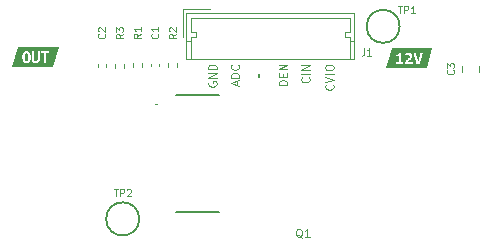
<source format=gbr>
%TF.GenerationSoftware,KiCad,Pcbnew,(6.0.8)*%
%TF.CreationDate,2023-11-18T01:52:55+01:00*%
%TF.ProjectId,BTS50005-1LUA_TestBoard,42545335-3030-4303-952d-314c55415f54,rev?*%
%TF.SameCoordinates,Original*%
%TF.FileFunction,Legend,Top*%
%TF.FilePolarity,Positive*%
%FSLAX46Y46*%
G04 Gerber Fmt 4.6, Leading zero omitted, Abs format (unit mm)*
G04 Created by KiCad (PCBNEW (6.0.8)) date 2023-11-18 01:52:55*
%MOMM*%
%LPD*%
G01*
G04 APERTURE LIST*
%ADD10C,0.100000*%
%ADD11C,0.200000*%
%ADD12C,0.120000*%
%ADD13C,0.150000*%
G04 APERTURE END LIST*
D10*
X121401666Y-36680666D02*
X121401666Y-36347333D01*
X121601666Y-36747333D02*
X120901666Y-36514000D01*
X121601666Y-36280666D01*
X121601666Y-36047333D02*
X120901666Y-36047333D01*
X120901666Y-35880666D01*
X120935000Y-35780666D01*
X121001666Y-35714000D01*
X121068333Y-35680666D01*
X121201666Y-35647333D01*
X121301666Y-35647333D01*
X121435000Y-35680666D01*
X121501666Y-35714000D01*
X121568333Y-35780666D01*
X121601666Y-35880666D01*
X121601666Y-36047333D01*
X121535000Y-34947333D02*
X121568333Y-34980666D01*
X121601666Y-35080666D01*
X121601666Y-35147333D01*
X121568333Y-35247333D01*
X121501666Y-35314000D01*
X121435000Y-35347333D01*
X121301666Y-35380666D01*
X121201666Y-35380666D01*
X121068333Y-35347333D01*
X121001666Y-35314000D01*
X120935000Y-35247333D01*
X120901666Y-35147333D01*
X120901666Y-35080666D01*
X120935000Y-34980666D01*
X120968333Y-34947333D01*
X125665666Y-36680666D02*
X124965666Y-36680666D01*
X124965666Y-36514000D01*
X124999000Y-36414000D01*
X125065666Y-36347333D01*
X125132333Y-36314000D01*
X125265666Y-36280666D01*
X125365666Y-36280666D01*
X125499000Y-36314000D01*
X125565666Y-36347333D01*
X125632333Y-36414000D01*
X125665666Y-36514000D01*
X125665666Y-36680666D01*
X125299000Y-35980666D02*
X125299000Y-35747333D01*
X125665666Y-35647333D02*
X125665666Y-35980666D01*
X124965666Y-35980666D01*
X124965666Y-35647333D01*
X125665666Y-35347333D02*
X124965666Y-35347333D01*
X125665666Y-34947333D01*
X124965666Y-34947333D01*
X129536000Y-36633866D02*
X129569333Y-36667200D01*
X129602666Y-36767200D01*
X129602666Y-36833866D01*
X129569333Y-36933866D01*
X129502666Y-37000533D01*
X129436000Y-37033866D01*
X129302666Y-37067200D01*
X129202666Y-37067200D01*
X129069333Y-37033866D01*
X129002666Y-37000533D01*
X128936000Y-36933866D01*
X128902666Y-36833866D01*
X128902666Y-36767200D01*
X128936000Y-36667200D01*
X128969333Y-36633866D01*
X128902666Y-36433866D02*
X129602666Y-36200533D01*
X128902666Y-35967200D01*
X129602666Y-35733866D02*
X128902666Y-35733866D01*
X128902666Y-35267200D02*
X128902666Y-35133866D01*
X128936000Y-35067200D01*
X129002666Y-35000533D01*
X129136000Y-34967200D01*
X129369333Y-34967200D01*
X129502666Y-35000533D01*
X129569333Y-35067200D01*
X129602666Y-35133866D01*
X129602666Y-35267200D01*
X129569333Y-35333866D01*
X129502666Y-35400533D01*
X129369333Y-35433866D01*
X129136000Y-35433866D01*
X129002666Y-35400533D01*
X128936000Y-35333866D01*
X128902666Y-35267200D01*
X119030000Y-36398133D02*
X118996666Y-36464800D01*
X118996666Y-36564800D01*
X119030000Y-36664800D01*
X119096666Y-36731466D01*
X119163333Y-36764800D01*
X119296666Y-36798133D01*
X119396666Y-36798133D01*
X119530000Y-36764800D01*
X119596666Y-36731466D01*
X119663333Y-36664800D01*
X119696666Y-36564800D01*
X119696666Y-36498133D01*
X119663333Y-36398133D01*
X119630000Y-36364800D01*
X119396666Y-36364800D01*
X119396666Y-36498133D01*
X119696666Y-36064800D02*
X118996666Y-36064800D01*
X119696666Y-35664800D01*
X118996666Y-35664800D01*
X119696666Y-35331466D02*
X118996666Y-35331466D01*
X118996666Y-35164800D01*
X119030000Y-35064800D01*
X119096666Y-34998133D01*
X119163333Y-34964800D01*
X119296666Y-34931466D01*
X119396666Y-34931466D01*
X119530000Y-34964800D01*
X119596666Y-34998133D01*
X119663333Y-35064800D01*
X119696666Y-35164800D01*
X119696666Y-35331466D01*
X127504000Y-36003666D02*
X127537333Y-36037000D01*
X127570666Y-36137000D01*
X127570666Y-36203666D01*
X127537333Y-36303666D01*
X127470666Y-36370333D01*
X127404000Y-36403666D01*
X127270666Y-36437000D01*
X127170666Y-36437000D01*
X127037333Y-36403666D01*
X126970666Y-36370333D01*
X126904000Y-36303666D01*
X126870666Y-36203666D01*
X126870666Y-36137000D01*
X126904000Y-36037000D01*
X126937333Y-36003666D01*
X127570666Y-35703666D02*
X126870666Y-35703666D01*
X127570666Y-35370333D02*
X126870666Y-35370333D01*
X127570666Y-34970333D01*
X126870666Y-34970333D01*
%TO.C,Q1*%
X126933333Y-49583333D02*
X126866666Y-49550000D01*
X126800000Y-49483333D01*
X126700000Y-49383333D01*
X126633333Y-49350000D01*
X126566666Y-49350000D01*
X126600000Y-49516666D02*
X126533333Y-49483333D01*
X126466666Y-49416666D01*
X126433333Y-49283333D01*
X126433333Y-49050000D01*
X126466666Y-48916666D01*
X126533333Y-48850000D01*
X126600000Y-48816666D01*
X126733333Y-48816666D01*
X126800000Y-48850000D01*
X126866666Y-48916666D01*
X126900000Y-49050000D01*
X126900000Y-49283333D01*
X126866666Y-49416666D01*
X126800000Y-49483333D01*
X126733333Y-49516666D01*
X126600000Y-49516666D01*
X127566666Y-49516666D02*
X127166666Y-49516666D01*
X127366666Y-49516666D02*
X127366666Y-48816666D01*
X127300000Y-48916666D01*
X127233333Y-48983333D01*
X127166666Y-49016666D01*
%TO.C,J1*%
X132200000Y-33571428D02*
X132200000Y-34000000D01*
X132171428Y-34085714D01*
X132114285Y-34142857D01*
X132028571Y-34171428D01*
X131971428Y-34171428D01*
X132800000Y-34171428D02*
X132457142Y-34171428D01*
X132628571Y-34171428D02*
X132628571Y-33571428D01*
X132571428Y-33657142D01*
X132514285Y-33714285D01*
X132457142Y-33742857D01*
%TO.C,TP2*%
X110992857Y-45471428D02*
X111335714Y-45471428D01*
X111164285Y-46071428D02*
X111164285Y-45471428D01*
X111535714Y-46071428D02*
X111535714Y-45471428D01*
X111764285Y-45471428D01*
X111821428Y-45500000D01*
X111850000Y-45528571D01*
X111878571Y-45585714D01*
X111878571Y-45671428D01*
X111850000Y-45728571D01*
X111821428Y-45757142D01*
X111764285Y-45785714D01*
X111535714Y-45785714D01*
X112107142Y-45528571D02*
X112135714Y-45500000D01*
X112192857Y-45471428D01*
X112335714Y-45471428D01*
X112392857Y-45500000D01*
X112421428Y-45528571D01*
X112450000Y-45585714D01*
X112450000Y-45642857D01*
X112421428Y-45728571D01*
X112078571Y-46071428D01*
X112450000Y-46071428D01*
%TO.C,R1*%
X113271428Y-32350000D02*
X112985714Y-32550000D01*
X113271428Y-32692857D02*
X112671428Y-32692857D01*
X112671428Y-32464285D01*
X112700000Y-32407142D01*
X112728571Y-32378571D01*
X112785714Y-32350000D01*
X112871428Y-32350000D01*
X112928571Y-32378571D01*
X112957142Y-32407142D01*
X112985714Y-32464285D01*
X112985714Y-32692857D01*
X113271428Y-31778571D02*
X113271428Y-32121428D01*
X113271428Y-31950000D02*
X112671428Y-31950000D01*
X112757142Y-32007142D01*
X112814285Y-32064285D01*
X112842857Y-32121428D01*
%TO.C,R2*%
X116271428Y-32350000D02*
X115985714Y-32550000D01*
X116271428Y-32692857D02*
X115671428Y-32692857D01*
X115671428Y-32464285D01*
X115700000Y-32407142D01*
X115728571Y-32378571D01*
X115785714Y-32350000D01*
X115871428Y-32350000D01*
X115928571Y-32378571D01*
X115957142Y-32407142D01*
X115985714Y-32464285D01*
X115985714Y-32692857D01*
X115728571Y-32121428D02*
X115700000Y-32092857D01*
X115671428Y-32035714D01*
X115671428Y-31892857D01*
X115700000Y-31835714D01*
X115728571Y-31807142D01*
X115785714Y-31778571D01*
X115842857Y-31778571D01*
X115928571Y-31807142D01*
X116271428Y-32150000D01*
X116271428Y-31778571D01*
%TO.C,C2*%
X110214285Y-32350000D02*
X110242857Y-32378571D01*
X110271428Y-32464285D01*
X110271428Y-32521428D01*
X110242857Y-32607142D01*
X110185714Y-32664285D01*
X110128571Y-32692857D01*
X110014285Y-32721428D01*
X109928571Y-32721428D01*
X109814285Y-32692857D01*
X109757142Y-32664285D01*
X109700000Y-32607142D01*
X109671428Y-32521428D01*
X109671428Y-32464285D01*
X109700000Y-32378571D01*
X109728571Y-32350000D01*
X109728571Y-32121428D02*
X109700000Y-32092857D01*
X109671428Y-32035714D01*
X109671428Y-31892857D01*
X109700000Y-31835714D01*
X109728571Y-31807142D01*
X109785714Y-31778571D01*
X109842857Y-31778571D01*
X109928571Y-31807142D01*
X110271428Y-32150000D01*
X110271428Y-31778571D01*
%TO.C,C3*%
X139734285Y-35400000D02*
X139762857Y-35428571D01*
X139791428Y-35514285D01*
X139791428Y-35571428D01*
X139762857Y-35657142D01*
X139705714Y-35714285D01*
X139648571Y-35742857D01*
X139534285Y-35771428D01*
X139448571Y-35771428D01*
X139334285Y-35742857D01*
X139277142Y-35714285D01*
X139220000Y-35657142D01*
X139191428Y-35571428D01*
X139191428Y-35514285D01*
X139220000Y-35428571D01*
X139248571Y-35400000D01*
X139191428Y-35200000D02*
X139191428Y-34828571D01*
X139420000Y-35028571D01*
X139420000Y-34942857D01*
X139448571Y-34885714D01*
X139477142Y-34857142D01*
X139534285Y-34828571D01*
X139677142Y-34828571D01*
X139734285Y-34857142D01*
X139762857Y-34885714D01*
X139791428Y-34942857D01*
X139791428Y-35114285D01*
X139762857Y-35171428D01*
X139734285Y-35200000D01*
%TO.C,TP1*%
X135042857Y-29971428D02*
X135385714Y-29971428D01*
X135214285Y-30571428D02*
X135214285Y-29971428D01*
X135585714Y-30571428D02*
X135585714Y-29971428D01*
X135814285Y-29971428D01*
X135871428Y-30000000D01*
X135900000Y-30028571D01*
X135928571Y-30085714D01*
X135928571Y-30171428D01*
X135900000Y-30228571D01*
X135871428Y-30257142D01*
X135814285Y-30285714D01*
X135585714Y-30285714D01*
X136500000Y-30571428D02*
X136157142Y-30571428D01*
X136328571Y-30571428D02*
X136328571Y-29971428D01*
X136271428Y-30057142D01*
X136214285Y-30114285D01*
X136157142Y-30142857D01*
%TO.C,C1*%
X114714285Y-32350000D02*
X114742857Y-32378571D01*
X114771428Y-32464285D01*
X114771428Y-32521428D01*
X114742857Y-32607142D01*
X114685714Y-32664285D01*
X114628571Y-32692857D01*
X114514285Y-32721428D01*
X114428571Y-32721428D01*
X114314285Y-32692857D01*
X114257142Y-32664285D01*
X114200000Y-32607142D01*
X114171428Y-32521428D01*
X114171428Y-32464285D01*
X114200000Y-32378571D01*
X114228571Y-32350000D01*
X114771428Y-31778571D02*
X114771428Y-32121428D01*
X114771428Y-31950000D02*
X114171428Y-31950000D01*
X114257142Y-32007142D01*
X114314285Y-32064285D01*
X114342857Y-32121428D01*
%TO.C,R3*%
X111771428Y-32350000D02*
X111485714Y-32550000D01*
X111771428Y-32692857D02*
X111171428Y-32692857D01*
X111171428Y-32464285D01*
X111200000Y-32407142D01*
X111228571Y-32378571D01*
X111285714Y-32350000D01*
X111371428Y-32350000D01*
X111428571Y-32378571D01*
X111457142Y-32407142D01*
X111485714Y-32464285D01*
X111485714Y-32692857D01*
X111171428Y-32150000D02*
X111171428Y-31778571D01*
X111400000Y-31978571D01*
X111400000Y-31892857D01*
X111428571Y-31835714D01*
X111457142Y-31807142D01*
X111514285Y-31778571D01*
X111657142Y-31778571D01*
X111714285Y-31807142D01*
X111742857Y-31835714D01*
X111771428Y-31892857D01*
X111771428Y-32064285D01*
X111742857Y-32121428D01*
X111714285Y-32150000D01*
%TO.C,Q1*%
X114535000Y-38300000D02*
X114535000Y-38300000D01*
X114635000Y-38300000D02*
X114635000Y-38300000D01*
D11*
X119935000Y-47450000D02*
X116247000Y-47450000D01*
X119935000Y-37550000D02*
X116247000Y-37550000D01*
D10*
X114535000Y-38300000D02*
G75*
G03*
X114635000Y-38300000I50000J0D01*
G01*
X114635000Y-38300000D02*
G75*
G03*
X114535000Y-38300000I-50000J0D01*
G01*
D11*
%TO.C,RT1*%
X123291600Y-35714800D02*
X123291600Y-36014800D01*
D12*
%TO.C,J1*%
X130560000Y-32175000D02*
X130560000Y-32575000D01*
X117940000Y-32575000D02*
X117540000Y-32575000D01*
X117540000Y-32175000D02*
X117940000Y-32175000D01*
X130560000Y-32575000D02*
X130960000Y-32575000D01*
X117140000Y-30565000D02*
X117140000Y-34435000D01*
X131360000Y-30565000D02*
X117140000Y-30565000D01*
X117140000Y-34435000D02*
X131360000Y-34435000D01*
X119140000Y-30265000D02*
X116840000Y-30265000D01*
X117540000Y-32575000D02*
X117540000Y-34435000D01*
X130960000Y-32575000D02*
X130960000Y-34435000D01*
X131360000Y-32975000D02*
X130960000Y-32975000D01*
X117540000Y-30965000D02*
X117540000Y-32175000D01*
X117140000Y-32975000D02*
X117540000Y-32975000D01*
X130960000Y-30965000D02*
X130960000Y-32175000D01*
X124250000Y-30965000D02*
X117540000Y-30965000D01*
X117940000Y-32175000D02*
X117940000Y-32575000D01*
X124250000Y-30965000D02*
X130960000Y-30965000D01*
X116840000Y-30265000D02*
X116840000Y-32565000D01*
X131360000Y-34435000D02*
X131360000Y-30565000D01*
X130960000Y-32175000D02*
X130560000Y-32175000D01*
D13*
%TO.C,TP2*%
X113150000Y-48000000D02*
G75*
G03*
X113150000Y-48000000I-1400000J0D01*
G01*
D12*
%TO.C,R1*%
X113380000Y-35143641D02*
X113380000Y-34836359D01*
X112620000Y-35143641D02*
X112620000Y-34836359D01*
%TO.C,R2*%
X115620000Y-34836359D02*
X115620000Y-35143641D01*
X116380000Y-34836359D02*
X116380000Y-35143641D01*
%TO.C,C2*%
X109640000Y-34912164D02*
X109640000Y-35127836D01*
X110360000Y-34912164D02*
X110360000Y-35127836D01*
%TO.C,C3*%
X140465000Y-35561252D02*
X140465000Y-35038748D01*
X141935000Y-35561252D02*
X141935000Y-35038748D01*
D13*
%TO.C,TP1*%
X135200000Y-31700000D02*
G75*
G03*
X135200000Y-31700000I-1400000J0D01*
G01*
D12*
%TO.C,C1*%
X114860000Y-34882164D02*
X114860000Y-35097836D01*
X114140000Y-34882164D02*
X114140000Y-35097836D01*
%TO.C,kibuzzard-65429977*%
G36*
X102919921Y-33456508D02*
G01*
X106386174Y-33456508D01*
X105880079Y-35143492D01*
X102413826Y-35143492D01*
X102666874Y-34300000D01*
X103250650Y-34300000D01*
X103256355Y-34419211D01*
X103273470Y-34522845D01*
X103301996Y-34610902D01*
X103341931Y-34683381D01*
X103411869Y-34755260D01*
X103499976Y-34798387D01*
X103606250Y-34812762D01*
X103709967Y-34798387D01*
X103796750Y-34755260D01*
X103866600Y-34683381D01*
X103906883Y-34610902D01*
X103935656Y-34522845D01*
X103950036Y-34436525D01*
X104063450Y-34436525D01*
X104067419Y-34518281D01*
X104079325Y-34592100D01*
X104100756Y-34656791D01*
X104133300Y-34711162D01*
X104235694Y-34786569D01*
X104307727Y-34806214D01*
X104395237Y-34812762D01*
X104484137Y-34806214D01*
X104557162Y-34786569D01*
X104615900Y-34754620D01*
X104661938Y-34711162D01*
X104695672Y-34656791D01*
X104717500Y-34592100D01*
X104729406Y-34518281D01*
X104733375Y-34436525D01*
X104733375Y-33971387D01*
X104834975Y-33971387D01*
X105093738Y-33971387D01*
X105093738Y-34792125D01*
X105290588Y-34792125D01*
X105290588Y-33971387D01*
X105549350Y-33971387D01*
X105549350Y-33809462D01*
X104834975Y-33809462D01*
X104834975Y-33971387D01*
X104733375Y-33971387D01*
X104733375Y-33809462D01*
X104538113Y-33809462D01*
X104538113Y-34422237D01*
X104531762Y-34526219D01*
X104509537Y-34594481D01*
X104466675Y-34631787D01*
X104398412Y-34642900D01*
X104330150Y-34631787D01*
X104288081Y-34595275D01*
X104266650Y-34527806D01*
X104260300Y-34423825D01*
X104260300Y-33809462D01*
X104063450Y-33809462D01*
X104063450Y-34436525D01*
X103950036Y-34436525D01*
X103952920Y-34419211D01*
X103958675Y-34300000D01*
X103953020Y-34180789D01*
X103936053Y-34077155D01*
X103907776Y-33989098D01*
X103868187Y-33916619D01*
X103798690Y-33844740D01*
X103710849Y-33801613D01*
X103604662Y-33787237D01*
X103501651Y-33801613D01*
X103414868Y-33844740D01*
X103344312Y-33916619D01*
X103303335Y-33989098D01*
X103274066Y-34077155D01*
X103256504Y-34180789D01*
X103250650Y-34300000D01*
X102666874Y-34300000D01*
X102919921Y-33456508D01*
G37*
G36*
X103685625Y-33984087D02*
G01*
X103732456Y-34057112D01*
X103754681Y-34165856D01*
X103758848Y-34230745D01*
X103760237Y-34300000D01*
X103758848Y-34369056D01*
X103754681Y-34433350D01*
X103732456Y-34542094D01*
X103684831Y-34615912D01*
X103604662Y-34642900D01*
X103523700Y-34615912D01*
X103476869Y-34542887D01*
X103454644Y-34434144D01*
X103450477Y-34369255D01*
X103449087Y-34300000D01*
X103450477Y-34230944D01*
X103454644Y-34166650D01*
X103476869Y-34057906D01*
X103523700Y-33984087D01*
X103604662Y-33957100D01*
X103685625Y-33984087D01*
G37*
%TO.C,R3*%
X111120000Y-35193641D02*
X111120000Y-34886359D01*
X111880000Y-35193641D02*
X111880000Y-34886359D01*
%TO.C,kibuzzard-6542993B*%
G36*
X134526271Y-33566827D02*
G01*
X137973633Y-33566827D01*
X137473729Y-35233173D01*
X134026367Y-35233173D01*
X134358948Y-34124569D01*
X134857000Y-34124569D01*
X134920500Y-34286494D01*
X135017337Y-34247600D01*
X135118937Y-34191244D01*
X135118937Y-34740519D01*
X134912562Y-34740519D01*
X134912562Y-34902444D01*
X135509462Y-34902444D01*
X135509462Y-34740519D01*
X135314200Y-34740519D01*
X135314200Y-34027731D01*
X135642812Y-34027731D01*
X135739650Y-34164256D01*
X135839662Y-34089644D01*
X135936500Y-34067419D01*
X136028575Y-34099963D01*
X136065087Y-34192831D01*
X136035719Y-34276969D01*
X135961106Y-34362694D01*
X135914275Y-34408136D01*
X135864269Y-34455562D01*
X135814262Y-34505966D01*
X135767431Y-34560337D01*
X135726156Y-34619273D01*
X135692819Y-34683369D01*
X135670792Y-34753219D01*
X135663450Y-34829419D01*
X135662656Y-34862756D01*
X135666625Y-34902444D01*
X136307975Y-34902444D01*
X136307975Y-34740519D01*
X135885700Y-34740519D01*
X135902369Y-34688131D01*
X135942850Y-34631775D01*
X135993650Y-34577800D01*
X136041275Y-34532556D01*
X136122237Y-34453181D01*
X136193675Y-34367456D01*
X136244475Y-34276175D01*
X136263525Y-34178544D01*
X136238125Y-34055512D01*
X136169862Y-33967406D01*
X136080384Y-33919781D01*
X136388937Y-33919781D01*
X136407194Y-34008681D01*
X136433388Y-34119806D01*
X136454378Y-34202974D01*
X136477132Y-34289492D01*
X136501650Y-34379362D01*
X136527579Y-34470997D01*
X136554567Y-34562807D01*
X136582613Y-34654794D01*
X136624284Y-34785763D01*
X136663575Y-34902444D01*
X136865187Y-34902444D01*
X136895526Y-34817865D01*
X136925160Y-34731347D01*
X136954088Y-34642888D01*
X136981869Y-34553988D01*
X137008062Y-34466146D01*
X137032669Y-34379362D01*
X137066403Y-34252958D01*
X137096169Y-34132506D01*
X137121767Y-34020587D01*
X137143000Y-33919781D01*
X136938212Y-33919781D01*
X136923925Y-34002331D01*
X136906463Y-34097581D01*
X136886619Y-34200570D01*
X136865187Y-34306337D01*
X136842169Y-34412700D01*
X136817563Y-34517475D01*
X136792163Y-34615702D01*
X136766762Y-34702419D01*
X136741164Y-34614511D01*
X136715169Y-34515887D01*
X136689769Y-34411112D01*
X136665956Y-34304750D01*
X136643930Y-34199181D01*
X136623887Y-34096787D01*
X136607219Y-34002133D01*
X136595312Y-33919781D01*
X136388937Y-33919781D01*
X136080384Y-33919781D01*
X136071437Y-33915019D01*
X135955550Y-33897556D01*
X135872802Y-33905494D01*
X135789656Y-33929306D01*
X135711273Y-33969787D01*
X135642812Y-34027731D01*
X135314200Y-34027731D01*
X135314200Y-33919781D01*
X135180850Y-33919781D01*
X135112587Y-33981694D01*
X135028450Y-34038844D01*
X134939550Y-34088056D01*
X134857000Y-34124569D01*
X134358948Y-34124569D01*
X134526271Y-33566827D01*
G37*
%TD*%
M02*

</source>
